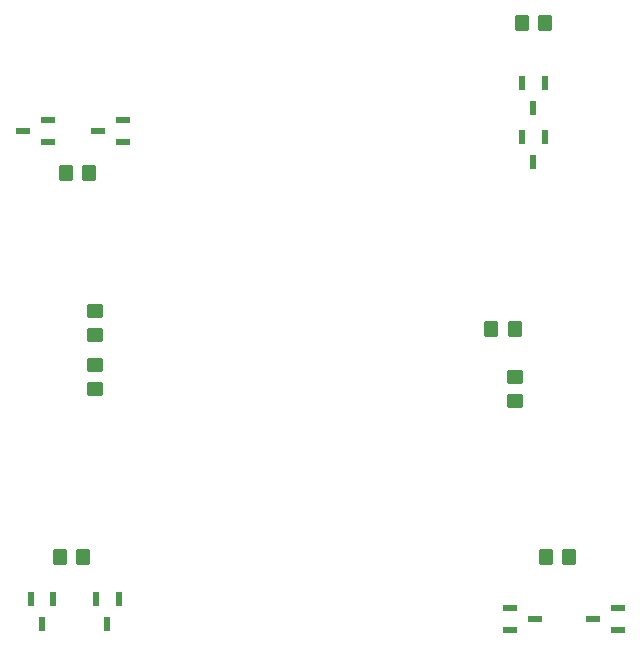
<source format=gtp>
G04 #@! TF.GenerationSoftware,KiCad,Pcbnew,(6.0.2)*
G04 #@! TF.CreationDate,2022-12-04T09:30:56-08:00*
G04 #@! TF.ProjectId,robot_pcb,726f626f-745f-4706-9362-2e6b69636164,rev?*
G04 #@! TF.SameCoordinates,Original*
G04 #@! TF.FileFunction,Paste,Top*
G04 #@! TF.FilePolarity,Positive*
%FSLAX46Y46*%
G04 Gerber Fmt 4.6, Leading zero omitted, Abs format (unit mm)*
G04 Created by KiCad (PCBNEW (6.0.2)) date 2022-12-04 09:30:56*
%MOMM*%
%LPD*%
G01*
G04 APERTURE LIST*
G04 Aperture macros list*
%AMRoundRect*
0 Rectangle with rounded corners*
0 $1 Rounding radius*
0 $2 $3 $4 $5 $6 $7 $8 $9 X,Y pos of 4 corners*
0 Add a 4 corners polygon primitive as box body*
4,1,4,$2,$3,$4,$5,$6,$7,$8,$9,$2,$3,0*
0 Add four circle primitives for the rounded corners*
1,1,$1+$1,$2,$3*
1,1,$1+$1,$4,$5*
1,1,$1+$1,$6,$7*
1,1,$1+$1,$8,$9*
0 Add four rect primitives between the rounded corners*
20,1,$1+$1,$2,$3,$4,$5,0*
20,1,$1+$1,$4,$5,$6,$7,0*
20,1,$1+$1,$6,$7,$8,$9,0*
20,1,$1+$1,$8,$9,$2,$3,0*%
G04 Aperture macros list end*
%ADD10R,0.600000X1.300000*%
%ADD11R,1.300000X0.600000*%
%ADD12RoundRect,0.250000X0.350000X0.450000X-0.350000X0.450000X-0.350000X-0.450000X0.350000X-0.450000X0*%
%ADD13RoundRect,0.250000X-0.350000X-0.450000X0.350000X-0.450000X0.350000X0.450000X-0.350000X0.450000X0*%
%ADD14RoundRect,0.250000X0.450000X-0.350000X0.450000X0.350000X-0.450000X0.350000X-0.450000X-0.350000X0*%
%ADD15RoundRect,0.250000X-0.450000X0.350000X-0.450000X-0.350000X0.450000X-0.350000X0.450000X0.350000X0*%
G04 APERTURE END LIST*
D10*
X108646000Y-98044000D03*
X106746000Y-98044000D03*
X107696000Y-100144000D03*
D11*
X109000000Y-59370000D03*
X109000000Y-57470000D03*
X106900000Y-58420000D03*
D10*
X103124000Y-98044000D03*
X101224000Y-98044000D03*
X102174000Y-100144000D03*
X144714000Y-58894000D03*
X142814000Y-58894000D03*
X143764000Y-60994000D03*
D12*
X142208000Y-75184000D03*
X140208000Y-75184000D03*
D11*
X150910000Y-100645000D03*
X150910000Y-98745000D03*
X148810000Y-99695000D03*
X141825000Y-98745000D03*
X141825000Y-100645000D03*
X143925000Y-99695000D03*
D13*
X103648000Y-94488000D03*
X105648000Y-94488000D03*
D14*
X142240000Y-81264000D03*
X142240000Y-79264000D03*
D11*
X102650000Y-59370000D03*
X102650000Y-57470000D03*
X100550000Y-58420000D03*
D15*
X106680000Y-73676000D03*
X106680000Y-75676000D03*
D10*
X144714000Y-54322000D03*
X142814000Y-54322000D03*
X143764000Y-56422000D03*
D12*
X144764000Y-49276000D03*
X142764000Y-49276000D03*
D13*
X104156000Y-61976000D03*
X106156000Y-61976000D03*
X144796000Y-94488000D03*
X146796000Y-94488000D03*
D14*
X106680000Y-80248000D03*
X106680000Y-78248000D03*
M02*

</source>
